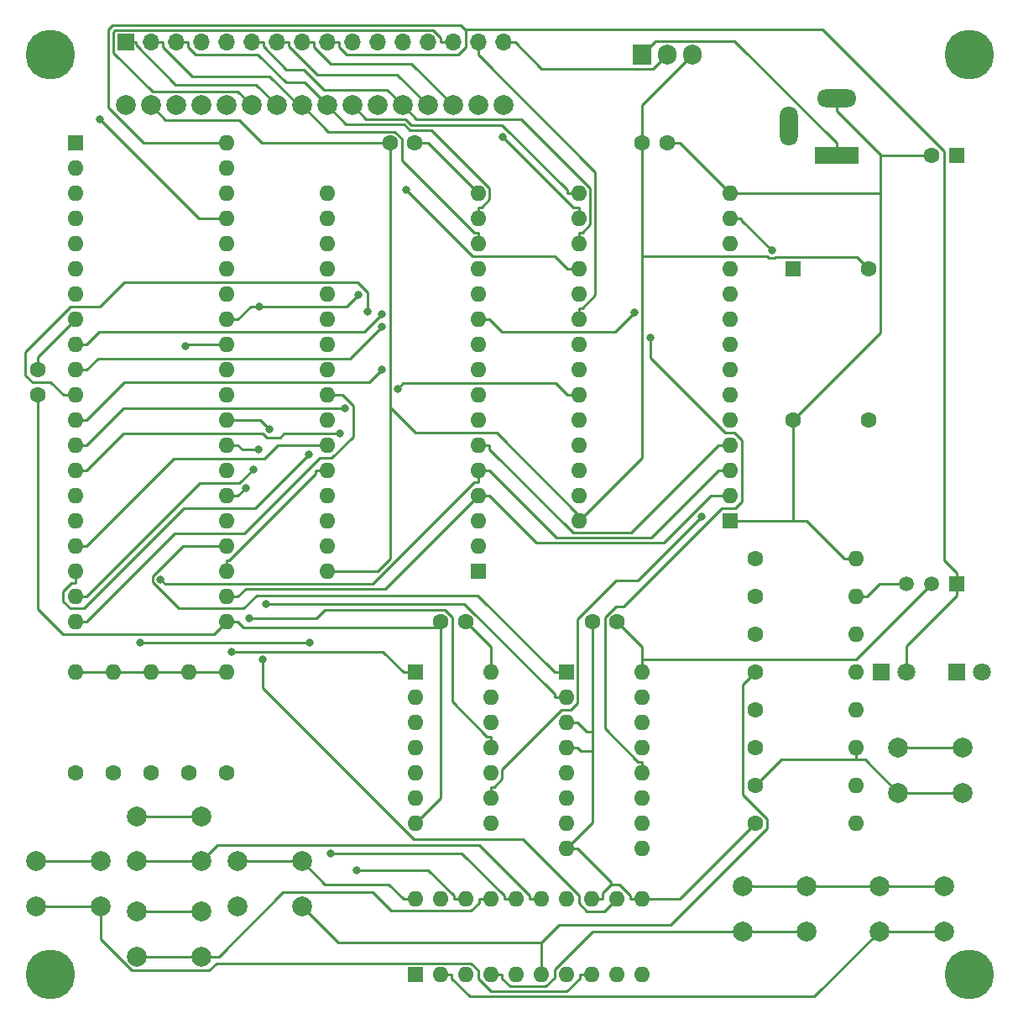
<source format=gbr>
%TF.GenerationSoftware,KiCad,Pcbnew,7.0.8*%
%TF.CreationDate,2023-12-27T01:37:41+02:00*%
%TF.ProjectId,main,6d61696e-2e6b-4696-9361-645f70636258,rev?*%
%TF.SameCoordinates,Original*%
%TF.FileFunction,Copper,L1,Top*%
%TF.FilePolarity,Positive*%
%FSLAX46Y46*%
G04 Gerber Fmt 4.6, Leading zero omitted, Abs format (unit mm)*
G04 Created by KiCad (PCBNEW 7.0.8) date 2023-12-27 01:37:41*
%MOMM*%
%LPD*%
G01*
G04 APERTURE LIST*
%TA.AperFunction,ComponentPad*%
%ADD10C,1.600000*%
%TD*%
%TA.AperFunction,ComponentPad*%
%ADD11O,1.600000X1.600000*%
%TD*%
%TA.AperFunction,ComponentPad*%
%ADD12R,1.500000X1.500000*%
%TD*%
%TA.AperFunction,ComponentPad*%
%ADD13C,1.500000*%
%TD*%
%TA.AperFunction,ComponentPad*%
%ADD14C,2.000000*%
%TD*%
%TA.AperFunction,ComponentPad*%
%ADD15R,1.905000X2.000000*%
%TD*%
%TA.AperFunction,ComponentPad*%
%ADD16O,1.905000X2.000000*%
%TD*%
%TA.AperFunction,ComponentPad*%
%ADD17R,1.800000X1.800000*%
%TD*%
%TA.AperFunction,ComponentPad*%
%ADD18C,1.800000*%
%TD*%
%TA.AperFunction,ComponentPad*%
%ADD19C,5.000000*%
%TD*%
%TA.AperFunction,ComponentPad*%
%ADD20R,1.600000X1.600000*%
%TD*%
%TA.AperFunction,ComponentPad*%
%ADD21R,1.700000X1.700000*%
%TD*%
%TA.AperFunction,ComponentPad*%
%ADD22O,1.700000X1.700000*%
%TD*%
%TA.AperFunction,ComponentPad*%
%ADD23R,4.400000X1.800000*%
%TD*%
%TA.AperFunction,ComponentPad*%
%ADD24O,4.000000X1.800000*%
%TD*%
%TA.AperFunction,ComponentPad*%
%ADD25O,1.800000X4.000000*%
%TD*%
%TA.AperFunction,ViaPad*%
%ADD26C,0.800000*%
%TD*%
%TA.AperFunction,Conductor*%
%ADD27C,0.250000*%
%TD*%
G04 APERTURE END LIST*
D10*
%TO.P,R1,1*%
%TO.N,Net-(U1-~{IRQ})*%
X33020000Y-99060000D03*
D11*
%TO.P,R1,2*%
%TO.N,+5V*%
X33020000Y-88900000D03*
%TD*%
D10*
%TO.P,C3,1*%
%TO.N,+5V*%
X90210000Y-35560000D03*
%TO.P,C3,2*%
%TO.N,GND*%
X92710000Y-35560000D03*
%TD*%
%TO.P,R10,1*%
%TO.N,Net-(U8-1A1)*%
X101600000Y-92710000D03*
D11*
%TO.P,R10,2*%
%TO.N,GND*%
X111760000Y-92710000D03*
%TD*%
D12*
%TO.P,U4,1,~{RST}*%
%TO.N,~{RES}*%
X121920000Y-80010000D03*
D13*
%TO.P,U4,2,VCC*%
%TO.N,+5V*%
X119380000Y-80010000D03*
%TO.P,U4,3,GND*%
%TO.N,GND*%
X116840000Y-80010000D03*
%TD*%
D14*
%TO.P,SW7,1,1*%
%TO.N,+5V*%
X114150000Y-110490000D03*
X120650000Y-110490000D03*
%TO.P,SW7,2,2*%
%TO.N,Net-(U8-1A0)*%
X114150000Y-114990000D03*
X120650000Y-114990000D03*
%TD*%
D15*
%TO.P,U7,1,IN*%
%TO.N,Net-(U7-IN)*%
X90170000Y-26670000D03*
D16*
%TO.P,U7,2,GND*%
%TO.N,GND*%
X92710000Y-26670000D03*
%TO.P,U7,3,OUT*%
%TO.N,+5V*%
X95250000Y-26670000D03*
%TD*%
D14*
%TO.P,SW5,1,1*%
%TO.N,+5V*%
X49380000Y-107950000D03*
X55880000Y-107950000D03*
%TO.P,SW5,2,2*%
%TO.N,Net-(U8-1A2)*%
X49380000Y-112450000D03*
X55880000Y-112450000D03*
%TD*%
%TO.P,SW1,1,1*%
%TO.N,~{RES}*%
X116055000Y-96520000D03*
X122555000Y-96520000D03*
%TO.P,SW1,2,2*%
%TO.N,GND*%
X116055000Y-101020000D03*
X122555000Y-101020000D03*
%TD*%
D10*
%TO.P,C1,1*%
%TO.N,+5V*%
X29210000Y-58420000D03*
%TO.P,C1,2*%
%TO.N,GND*%
X29210000Y-60920000D03*
%TD*%
D14*
%TO.P,SW2,1,1*%
%TO.N,+5V*%
X39220000Y-103450000D03*
X45720000Y-103450000D03*
%TO.P,SW2,2,2*%
%TO.N,Net-(U8-2A1)*%
X39220000Y-107950000D03*
X45720000Y-107950000D03*
%TD*%
D10*
%TO.P,R3,1*%
%TO.N,Net-(U1-RDY)*%
X40640000Y-99060000D03*
D11*
%TO.P,R3,2*%
%TO.N,+5V*%
X40640000Y-88900000D03*
%TD*%
D17*
%TO.P,D1,1,K*%
%TO.N,Net-(D1-K)*%
X114300000Y-88900000D03*
D18*
%TO.P,D1,2,A*%
%TO.N,~{RES}*%
X116840000Y-88900000D03*
%TD*%
D19*
%TO.P,H2,*%
%TO.N,*%
X123190000Y-26670000D03*
%TD*%
D10*
%TO.P,C4,1*%
%TO.N,+5V*%
X72390000Y-83820000D03*
%TO.P,C4,2*%
%TO.N,GND*%
X69890000Y-83820000D03*
%TD*%
%TO.P,C2,1*%
%TO.N,+5V*%
X64770000Y-35560000D03*
%TO.P,C2,2*%
%TO.N,GND*%
X67270000Y-35560000D03*
%TD*%
D20*
%TO.P,U6,1,A0*%
%TO.N,A14*%
X82550000Y-88900000D03*
D11*
%TO.P,U6,2,A1*%
%TO.N,A15*%
X82550000Y-91440000D03*
%TO.P,U6,3,A2*%
%TO.N,GND*%
X82550000Y-93980000D03*
%TO.P,U6,4,E1*%
X82550000Y-96520000D03*
%TO.P,U6,5,E2*%
X82550000Y-99060000D03*
%TO.P,U6,6,E3*%
%TO.N,+5V*%
X82550000Y-101600000D03*
%TO.P,U6,7,O7*%
%TO.N,unconnected-(U6-O7-Pad7)*%
X82550000Y-104140000D03*
%TO.P,U6,8,GND*%
%TO.N,GND*%
X82550000Y-106680000D03*
%TO.P,U6,9,O6*%
%TO.N,unconnected-(U6-O6-Pad9)*%
X90170000Y-106680000D03*
%TO.P,U6,10,O5*%
%TO.N,unconnected-(U6-O5-Pad10)*%
X90170000Y-104140000D03*
%TO.P,U6,11,O4*%
%TO.N,unconnected-(U6-O4-Pad11)*%
X90170000Y-101600000D03*
%TO.P,U6,12,O3*%
%TO.N,~{ROM}*%
X90170000Y-99060000D03*
%TO.P,U6,13,O2*%
%TO.N,Net-(U6-O2)*%
X90170000Y-96520000D03*
%TO.P,U6,14,O1*%
%TO.N,~{INPUT}*%
X90170000Y-93980000D03*
%TO.P,U6,15,O0*%
%TO.N,~{RAM}*%
X90170000Y-91440000D03*
%TO.P,U6,16,VCC*%
%TO.N,+5V*%
X90170000Y-88900000D03*
%TD*%
D10*
%TO.P,R13,1*%
%TO.N,GND*%
X101600000Y-104140000D03*
D11*
%TO.P,R13,2*%
%TO.N,Net-(D2-K)*%
X111760000Y-104140000D03*
%TD*%
D14*
%TO.P,SW6,1,1*%
%TO.N,+5V*%
X100330000Y-110490000D03*
X106830000Y-110490000D03*
%TO.P,SW6,2,2*%
%TO.N,Net-(U8-1A1)*%
X100330000Y-114990000D03*
X106830000Y-114990000D03*
%TD*%
D10*
%TO.P,R11,1*%
%TO.N,Net-(U8-1A0)*%
X101600000Y-96520000D03*
D11*
%TO.P,R11,2*%
%TO.N,GND*%
X111760000Y-96520000D03*
%TD*%
D20*
%TO.P,U1,1,~{VP}*%
%TO.N,unconnected-(U1-~{VP}-Pad1)*%
X33020000Y-35560000D03*
D11*
%TO.P,U1,2,RDY*%
%TO.N,Net-(U1-RDY)*%
X33020000Y-38100000D03*
%TO.P,U1,3,\u03D51*%
%TO.N,unconnected-(U1-\u03D51-Pad3)*%
X33020000Y-40640000D03*
%TO.P,U1,4,~{IRQ}*%
%TO.N,Net-(U1-~{IRQ})*%
X33020000Y-43180000D03*
%TO.P,U1,5,~{ML}*%
%TO.N,unconnected-(U1-~{ML}-Pad5)*%
X33020000Y-45720000D03*
%TO.P,U1,6,~{NMI}*%
%TO.N,Net-(U1-~{NMI})*%
X33020000Y-48260000D03*
%TO.P,U1,7,SYNC*%
%TO.N,unconnected-(U1-SYNC-Pad7)*%
X33020000Y-50800000D03*
%TO.P,U1,8,VDD*%
%TO.N,+5V*%
X33020000Y-53340000D03*
%TO.P,U1,9,A0*%
%TO.N,A0*%
X33020000Y-55880000D03*
%TO.P,U1,10,A1*%
%TO.N,A1*%
X33020000Y-58420000D03*
%TO.P,U1,11,A2*%
%TO.N,A2*%
X33020000Y-60960000D03*
%TO.P,U1,12,A3*%
%TO.N,A3*%
X33020000Y-63500000D03*
%TO.P,U1,13,A4*%
%TO.N,A4*%
X33020000Y-66040000D03*
%TO.P,U1,14,A5*%
%TO.N,A5*%
X33020000Y-68580000D03*
%TO.P,U1,15,A6*%
%TO.N,A6*%
X33020000Y-71120000D03*
%TO.P,U1,16,A7*%
%TO.N,A7*%
X33020000Y-73660000D03*
%TO.P,U1,17,A8*%
%TO.N,A8*%
X33020000Y-76200000D03*
%TO.P,U1,18,A9*%
%TO.N,A9*%
X33020000Y-78740000D03*
%TO.P,U1,19,A10*%
%TO.N,A10*%
X33020000Y-81280000D03*
%TO.P,U1,20,A11*%
%TO.N,A11*%
X33020000Y-83820000D03*
%TO.P,U1,21,VSS*%
%TO.N,GND*%
X48260000Y-83820000D03*
%TO.P,U1,22,A12*%
%TO.N,A12*%
X48260000Y-81280000D03*
%TO.P,U1,23,A13*%
%TO.N,A13*%
X48260000Y-78740000D03*
%TO.P,U1,24,A14*%
%TO.N,A14*%
X48260000Y-76200000D03*
%TO.P,U1,25,A15*%
%TO.N,A15*%
X48260000Y-73660000D03*
%TO.P,U1,26,D7*%
%TO.N,D7*%
X48260000Y-71120000D03*
%TO.P,U1,27,D6*%
%TO.N,D6*%
X48260000Y-68580000D03*
%TO.P,U1,28,D5*%
%TO.N,D5*%
X48260000Y-66040000D03*
%TO.P,U1,29,D4*%
%TO.N,D4*%
X48260000Y-63500000D03*
%TO.P,U1,30,D3*%
%TO.N,D3*%
X48260000Y-60960000D03*
%TO.P,U1,31,D2*%
%TO.N,D2*%
X48260000Y-58420000D03*
%TO.P,U1,32,D1*%
%TO.N,D1*%
X48260000Y-55880000D03*
%TO.P,U1,33,D0*%
%TO.N,D0*%
X48260000Y-53340000D03*
%TO.P,U1,34,R/~{W}*%
%TO.N,R{slash}~{W}*%
X48260000Y-50800000D03*
%TO.P,U1,35,nc*%
%TO.N,unconnected-(U1-nc-Pad35)*%
X48260000Y-48260000D03*
%TO.P,U1,36,BE*%
%TO.N,Net-(U1-BE)*%
X48260000Y-45720000D03*
%TO.P,U1,37,\u03D50*%
%TO.N,CLOCK*%
X48260000Y-43180000D03*
%TO.P,U1,38,~{SO}*%
%TO.N,Net-(U1-~{SO})*%
X48260000Y-40640000D03*
%TO.P,U1,39,\u03D52*%
%TO.N,unconnected-(U1-\u03D52-Pad39)*%
X48260000Y-38100000D03*
%TO.P,U1,40,~{RES}*%
%TO.N,~{RES}*%
X48260000Y-35560000D03*
%TD*%
D14*
%TO.P,SW4,1,1*%
%TO.N,+5V*%
X29060000Y-107950000D03*
X35560000Y-107950000D03*
%TO.P,SW4,2,2*%
%TO.N,Net-(U8-1A3)*%
X29060000Y-112450000D03*
X35560000Y-112450000D03*
%TD*%
D20*
%TO.P,U3,1,A15*%
%TO.N,GND*%
X99060000Y-73660000D03*
D11*
%TO.P,U3,2,A12*%
%TO.N,A12*%
X99060000Y-71120000D03*
%TO.P,U3,3,A7*%
%TO.N,A7*%
X99060000Y-68580000D03*
%TO.P,U3,4,A6*%
%TO.N,A6*%
X99060000Y-66040000D03*
%TO.P,U3,5,A5*%
%TO.N,A5*%
X99060000Y-63500000D03*
%TO.P,U3,6,A4*%
%TO.N,A4*%
X99060000Y-60960000D03*
%TO.P,U3,7,A3*%
%TO.N,A3*%
X99060000Y-58420000D03*
%TO.P,U3,8,A2*%
%TO.N,A2*%
X99060000Y-55880000D03*
%TO.P,U3,9,A1*%
%TO.N,A1*%
X99060000Y-53340000D03*
%TO.P,U3,10,A0*%
%TO.N,A0*%
X99060000Y-50800000D03*
%TO.P,U3,11,D0*%
%TO.N,D0*%
X99060000Y-48260000D03*
%TO.P,U3,12,D1*%
%TO.N,D1*%
X99060000Y-45720000D03*
%TO.P,U3,13,D2*%
%TO.N,D2*%
X99060000Y-43180000D03*
%TO.P,U3,14,GND*%
%TO.N,GND*%
X99060000Y-40640000D03*
%TO.P,U3,15,D3*%
%TO.N,D3*%
X83820000Y-40640000D03*
%TO.P,U3,16,D4*%
%TO.N,D4*%
X83820000Y-43180000D03*
%TO.P,U3,17,D5*%
%TO.N,D5*%
X83820000Y-45720000D03*
%TO.P,U3,18,D6*%
%TO.N,D6*%
X83820000Y-48260000D03*
%TO.P,U3,19,D7*%
%TO.N,D7*%
X83820000Y-50800000D03*
%TO.P,U3,20,~{CE}*%
%TO.N,~{ROM}*%
X83820000Y-53340000D03*
%TO.P,U3,21,A10*%
%TO.N,A10*%
X83820000Y-55880000D03*
%TO.P,U3,22,~{OE}*%
%TO.N,~{RD}*%
X83820000Y-58420000D03*
%TO.P,U3,23,A11*%
%TO.N,A11*%
X83820000Y-60960000D03*
%TO.P,U3,24,A9*%
%TO.N,A9*%
X83820000Y-63500000D03*
%TO.P,U3,25,A8*%
%TO.N,A8*%
X83820000Y-66040000D03*
%TO.P,U3,26,A13*%
%TO.N,A13*%
X83820000Y-68580000D03*
%TO.P,U3,27,A14*%
%TO.N,GND*%
X83820000Y-71120000D03*
%TO.P,U3,28,VCC*%
%TO.N,+5V*%
X83820000Y-73660000D03*
%TD*%
D20*
%TO.P,U8,1,1OE*%
%TO.N,~{INPUT}*%
X67310000Y-119380000D03*
D11*
%TO.P,U8,2,1A0*%
%TO.N,Net-(U8-1A0)*%
X69850000Y-119380000D03*
%TO.P,U8,3,2Y0*%
%TO.N,D4*%
X72390000Y-119380000D03*
%TO.P,U8,4,1A1*%
%TO.N,Net-(U8-1A1)*%
X74930000Y-119380000D03*
%TO.P,U8,5,2Y1*%
%TO.N,D5*%
X77470000Y-119380000D03*
%TO.P,U8,6,1A2*%
%TO.N,Net-(U8-1A2)*%
X80010000Y-119380000D03*
%TO.P,U8,7,2Y2*%
%TO.N,D6*%
X82550000Y-119380000D03*
%TO.P,U8,8,1A3*%
%TO.N,Net-(U8-1A3)*%
X85090000Y-119380000D03*
%TO.P,U8,9,2Y3*%
%TO.N,D7*%
X87630000Y-119380000D03*
%TO.P,U8,10,GND*%
%TO.N,GND*%
X90170000Y-119380000D03*
%TO.P,U8,11,2A3*%
X90170000Y-111760000D03*
%TO.P,U8,12,1Y3*%
%TO.N,D3*%
X87630000Y-111760000D03*
%TO.P,U8,13,2A2*%
%TO.N,GND*%
X85090000Y-111760000D03*
%TO.P,U8,14,1Y2*%
%TO.N,D2*%
X82550000Y-111760000D03*
%TO.P,U8,15,2A1*%
%TO.N,Net-(U8-2A1)*%
X80010000Y-111760000D03*
%TO.P,U8,16,1Y1*%
%TO.N,D1*%
X77470000Y-111760000D03*
%TO.P,U8,17,2A0*%
%TO.N,Net-(U8-2A0)*%
X74930000Y-111760000D03*
%TO.P,U8,18,1Y0*%
%TO.N,D0*%
X72390000Y-111760000D03*
%TO.P,U8,19,2OE*%
%TO.N,~{INPUT}*%
X69850000Y-111760000D03*
%TO.P,U8,20,VCC*%
%TO.N,+5V*%
X67310000Y-111760000D03*
%TD*%
D10*
%TO.P,R7,1*%
%TO.N,Net-(U8-2A0)*%
X101600000Y-81280000D03*
D11*
%TO.P,R7,2*%
%TO.N,GND*%
X111760000Y-81280000D03*
%TD*%
D10*
%TO.P,R5,1*%
%TO.N,Net-(U1-~{SO})*%
X48260000Y-99060000D03*
D11*
%TO.P,R5,2*%
%TO.N,+5V*%
X48260000Y-88900000D03*
%TD*%
D10*
%TO.P,R8,1*%
%TO.N,Net-(U8-1A3)*%
X101600000Y-85090000D03*
D11*
%TO.P,R8,2*%
%TO.N,GND*%
X111760000Y-85090000D03*
%TD*%
D19*
%TO.P,H4,*%
%TO.N,*%
X123190000Y-119380000D03*
%TD*%
D10*
%TO.P,R4,1*%
%TO.N,Net-(U1-BE)*%
X44450000Y-99060000D03*
D11*
%TO.P,R4,2*%
%TO.N,+5V*%
X44450000Y-88900000D03*
%TD*%
D10*
%TO.P,C5,1*%
%TO.N,+5V*%
X87670000Y-83820000D03*
%TO.P,C5,2*%
%TO.N,GND*%
X85170000Y-83820000D03*
%TD*%
D19*
%TO.P,H1,*%
%TO.N,*%
X30480000Y-26670000D03*
%TD*%
D20*
%TO.P,U2,1,A18*%
%TO.N,GND*%
X73660000Y-78740000D03*
D11*
%TO.P,U2,2,A16*%
X73660000Y-76200000D03*
%TO.P,U2,3,A14*%
X73660000Y-73660000D03*
%TO.P,U2,4,A12*%
%TO.N,A12*%
X73660000Y-71120000D03*
%TO.P,U2,5,A7*%
%TO.N,A7*%
X73660000Y-68580000D03*
%TO.P,U2,6,A6*%
%TO.N,A6*%
X73660000Y-66040000D03*
%TO.P,U2,7,A5*%
%TO.N,A5*%
X73660000Y-63500000D03*
%TO.P,U2,8,A4*%
%TO.N,A4*%
X73660000Y-60960000D03*
%TO.P,U2,9,A3*%
%TO.N,A3*%
X73660000Y-58420000D03*
%TO.P,U2,10,A2*%
%TO.N,A2*%
X73660000Y-55880000D03*
%TO.P,U2,11,A1*%
%TO.N,A1*%
X73660000Y-53340000D03*
%TO.P,U2,12,A0*%
%TO.N,A0*%
X73660000Y-50800000D03*
%TO.P,U2,13,DQ0*%
%TO.N,D0*%
X73660000Y-48260000D03*
%TO.P,U2,14,DQ1*%
%TO.N,D1*%
X73660000Y-45720000D03*
%TO.P,U2,15,DQ2*%
%TO.N,D2*%
X73660000Y-43180000D03*
%TO.P,U2,16,VSS*%
%TO.N,GND*%
X73660000Y-40640000D03*
%TO.P,U2,17,DQ3*%
%TO.N,D3*%
X58420000Y-40640000D03*
%TO.P,U2,18,DQ4*%
%TO.N,D4*%
X58420000Y-43180000D03*
%TO.P,U2,19,DQ5*%
%TO.N,D5*%
X58420000Y-45720000D03*
%TO.P,U2,20,DQ6*%
%TO.N,D6*%
X58420000Y-48260000D03*
%TO.P,U2,21,DQ7*%
%TO.N,D7*%
X58420000Y-50800000D03*
%TO.P,U2,22,CE#*%
%TO.N,~{RAM}*%
X58420000Y-53340000D03*
%TO.P,U2,23,A10*%
%TO.N,A10*%
X58420000Y-55880000D03*
%TO.P,U2,24,OE#*%
%TO.N,~{RD}*%
X58420000Y-58420000D03*
%TO.P,U2,25,A11*%
%TO.N,A11*%
X58420000Y-60960000D03*
%TO.P,U2,26,A9*%
%TO.N,A9*%
X58420000Y-63500000D03*
%TO.P,U2,27,A8*%
%TO.N,A8*%
X58420000Y-66040000D03*
%TO.P,U2,28,A13*%
%TO.N,A13*%
X58420000Y-68580000D03*
%TO.P,U2,29,WE#*%
%TO.N,~{WR}*%
X58420000Y-71120000D03*
%TO.P,U2,30,A17*%
%TO.N,GND*%
X58420000Y-73660000D03*
%TO.P,U2,31,A15*%
X58420000Y-76200000D03*
%TO.P,U2,32,VCC*%
%TO.N,+5V*%
X58420000Y-78740000D03*
%TD*%
D10*
%TO.P,R9,1*%
%TO.N,Net-(U8-1A2)*%
X101600000Y-88900000D03*
D11*
%TO.P,R9,2*%
%TO.N,GND*%
X111760000Y-88900000D03*
%TD*%
D20*
%TO.P,U5,1*%
%TO.N,R{slash}~{W}*%
X67310000Y-88900000D03*
D11*
%TO.P,U5,2*%
X67310000Y-91440000D03*
%TO.P,U5,3*%
%TO.N,Net-(U5-Pad3)*%
X67310000Y-93980000D03*
%TO.P,U5,4*%
X67310000Y-96520000D03*
%TO.P,U5,5*%
%TO.N,CLOCK*%
X67310000Y-99060000D03*
%TO.P,U5,6*%
%TO.N,~{WR}*%
X67310000Y-101600000D03*
%TO.P,U5,7,GND*%
%TO.N,GND*%
X67310000Y-104140000D03*
%TO.P,U5,8*%
%TO.N,~{RD}*%
X74930000Y-104140000D03*
%TO.P,U5,9*%
%TO.N,CLOCK*%
X74930000Y-101600000D03*
%TO.P,U5,10*%
%TO.N,R{slash}~{W}*%
X74930000Y-99060000D03*
%TO.P,U5,11*%
%TO.N,LCD*%
X74930000Y-96520000D03*
%TO.P,U5,12*%
%TO.N,Net-(U6-O2)*%
X74930000Y-93980000D03*
%TO.P,U5,13*%
X74930000Y-91440000D03*
%TO.P,U5,14,VCC*%
%TO.N,+5V*%
X74930000Y-88900000D03*
%TD*%
D20*
%TO.P,C6,1*%
%TO.N,+5V*%
X121920000Y-36830000D03*
D10*
%TO.P,C6,2*%
%TO.N,GND*%
X119420000Y-36830000D03*
%TD*%
D19*
%TO.P,H3,*%
%TO.N,*%
X30480000Y-119380000D03*
%TD*%
D10*
%TO.P,R6,1*%
%TO.N,Net-(U8-2A1)*%
X101600000Y-77470000D03*
D11*
%TO.P,R6,2*%
%TO.N,GND*%
X111760000Y-77470000D03*
%TD*%
D20*
%TO.P,X1,1,EN*%
%TO.N,unconnected-(X1-EN-Pad1)*%
X105410000Y-48260000D03*
D10*
%TO.P,X1,7,GND*%
%TO.N,GND*%
X105410000Y-63500000D03*
%TO.P,X1,8,OUT*%
%TO.N,CLOCK*%
X113030000Y-63500000D03*
%TO.P,X1,14,Vcc*%
%TO.N,+5V*%
X113030000Y-48260000D03*
%TD*%
D17*
%TO.P,D2,1,K*%
%TO.N,Net-(D2-K)*%
X121920000Y-88900000D03*
D18*
%TO.P,D2,2,A*%
%TO.N,+5V*%
X124460000Y-88900000D03*
%TD*%
D21*
%TO.P,J2,1,Pin_1*%
%TO.N,D0*%
X38100000Y-25400000D03*
D22*
%TO.P,J2,2,Pin_2*%
%TO.N,D1*%
X40640000Y-25400000D03*
%TO.P,J2,3,Pin_3*%
%TO.N,D2*%
X43180000Y-25400000D03*
%TO.P,J2,4,Pin_4*%
%TO.N,D3*%
X45720000Y-25400000D03*
%TO.P,J2,5,Pin_5*%
%TO.N,D4*%
X48260000Y-25400000D03*
%TO.P,J2,6,Pin_6*%
%TO.N,D5*%
X50800000Y-25400000D03*
%TO.P,J2,7,Pin_7*%
%TO.N,D6*%
X53340000Y-25400000D03*
%TO.P,J2,8,Pin_8*%
%TO.N,D7*%
X55880000Y-25400000D03*
%TO.P,J2,9,Pin_9*%
%TO.N,~{RES}*%
X58420000Y-25400000D03*
%TO.P,J2,10,Pin_10*%
%TO.N,CLOCK*%
X60960000Y-25400000D03*
%TO.P,J2,11,Pin_11*%
%TO.N,R{slash}~{W}*%
X63500000Y-25400000D03*
%TO.P,J2,12,Pin_12*%
%TO.N,~{RAM}*%
X66040000Y-25400000D03*
%TO.P,J2,13,Pin_13*%
%TO.N,~{INPUT}*%
X68580000Y-25400000D03*
%TO.P,J2,14,Pin_14*%
%TO.N,LCD*%
X71120000Y-25400000D03*
%TO.P,J2,15,Pin_15*%
%TO.N,~{ROM}*%
X73660000Y-25400000D03*
%TO.P,J2,16,Pin_16*%
%TO.N,GND*%
X76200000Y-25400000D03*
%TD*%
D14*
%TO.P,SW3,1,1*%
%TO.N,+5V*%
X39220000Y-113030000D03*
X45720000Y-113030000D03*
%TO.P,SW3,2,2*%
%TO.N,Net-(U8-2A0)*%
X39220000Y-117530000D03*
X45720000Y-117530000D03*
%TD*%
D10*
%TO.P,R2,1*%
%TO.N,Net-(U1-~{NMI})*%
X36830000Y-99060000D03*
D11*
%TO.P,R2,2*%
%TO.N,+5V*%
X36830000Y-88900000D03*
%TD*%
D23*
%TO.P,J1,1*%
%TO.N,Net-(U7-IN)*%
X109820000Y-36830000D03*
D24*
%TO.P,J1,2*%
%TO.N,GND*%
X109820000Y-31030000D03*
D25*
%TO.P,J1,3*%
%TO.N,N/C*%
X105020000Y-33830000D03*
%TD*%
D10*
%TO.P,R12,1*%
%TO.N,GND*%
X101600000Y-100330000D03*
D11*
%TO.P,R12,2*%
%TO.N,Net-(D1-K)*%
X111760000Y-100330000D03*
%TD*%
D14*
%TO.P,LCD1,*%
%TO.N,*%
X43180000Y-31750000D03*
X73660000Y-31750000D03*
X76200000Y-31750000D03*
%TO.P,LCD1,1,GND*%
%TO.N,GND*%
X38100000Y-31750000D03*
%TO.P,LCD1,2,Vdd*%
%TO.N,+5V*%
X40640000Y-31750000D03*
%TO.P,LCD1,4,RS*%
%TO.N,A0*%
X45720000Y-31750000D03*
%TO.P,LCD1,5,R~{W}*%
%TO.N,R{slash}~{W}*%
X48260000Y-31750000D03*
%TO.P,LCD1,6,E*%
%TO.N,LCD*%
X50800000Y-31750000D03*
%TO.P,LCD1,7,D_{0}*%
%TO.N,D0*%
X53340000Y-31750000D03*
%TO.P,LCD1,8,D_{1}*%
%TO.N,D1*%
X55880000Y-31750000D03*
%TO.P,LCD1,9,D_{2}*%
%TO.N,D2*%
X58420000Y-31750000D03*
%TO.P,LCD1,10,D_{3}*%
%TO.N,D3*%
X60960000Y-31750000D03*
%TO.P,LCD1,11,D_{4}*%
%TO.N,D4*%
X63500000Y-31750000D03*
%TO.P,LCD1,12,D_{5}*%
%TO.N,D5*%
X66040000Y-31750000D03*
%TO.P,LCD1,13,D_{6}*%
%TO.N,D6*%
X68580000Y-31750000D03*
%TO.P,LCD1,14,D_{7}*%
%TO.N,D7*%
X71120000Y-31750000D03*
%TD*%
D26*
%TO.N,A0*%
X63986200Y-52778400D03*
%TO.N,R{slash}~{W}*%
X48817900Y-86806300D03*
%TO.N,LCD*%
X50547600Y-83435000D03*
%TO.N,D0*%
X61606600Y-50810500D03*
X51571200Y-52000300D03*
X61463200Y-108809400D03*
%TO.N,D1*%
X44147100Y-55993400D03*
X58769000Y-107140900D03*
%TO.N,D2*%
X103303200Y-46373500D03*
%TO.N,D3*%
X51953000Y-87603100D03*
%TO.N,D4*%
X76194000Y-34929300D03*
X52645000Y-64430000D03*
%TO.N,D5*%
X51538900Y-66468200D03*
%TO.N,D6*%
X66403600Y-40276400D03*
%TO.N,D7*%
X50261400Y-70288600D03*
%TO.N,A1*%
X63981400Y-54037400D03*
X89404200Y-52665300D03*
%TO.N,A2*%
X62532700Y-52502300D03*
%TO.N,A3*%
X63991300Y-58421900D03*
%TO.N,A4*%
X60237600Y-62311100D03*
%TO.N,A5*%
X59746800Y-64843900D03*
%TO.N,A6*%
X39563900Y-85910300D03*
X56655500Y-85910300D03*
%TO.N,A7*%
X41640900Y-79526500D03*
%TO.N,A9*%
X56627200Y-66909800D03*
%TO.N,A10*%
X51000700Y-68434800D03*
%TO.N,A11*%
X65547500Y-60302100D03*
%TO.N,A15*%
X52270500Y-81978900D03*
%TO.N,CLOCK*%
X96247500Y-73164800D03*
X35549800Y-33194500D03*
%TO.N,~{ROM}*%
X91015100Y-55196300D03*
%TD*%
D27*
%TO.N,+5V*%
X103705200Y-47070200D02*
X111840200Y-47070200D01*
X33020000Y-88900000D02*
X36830000Y-88900000D01*
X90210000Y-67270000D02*
X84127900Y-73352100D01*
X74930000Y-88900000D02*
X74930000Y-86360000D01*
X90210000Y-35560000D02*
X90210000Y-31710000D01*
X111780000Y-87610000D02*
X119380000Y-80010000D01*
X63500000Y-78740000D02*
X58420000Y-78740000D01*
X64770000Y-35560000D02*
X51852900Y-35560000D01*
X111840200Y-47070200D02*
X113030000Y-48260000D01*
X64627900Y-110254800D02*
X58184800Y-110254800D01*
X51852900Y-35560000D02*
X49558600Y-33265700D01*
X44450000Y-88900000D02*
X40640000Y-88900000D01*
X42155700Y-33265700D02*
X40640000Y-31750000D01*
X103625000Y-47150400D02*
X103705200Y-47070200D01*
X90210000Y-35560000D02*
X90210000Y-46990000D01*
X36830000Y-88900000D02*
X40640000Y-88900000D01*
X84127900Y-73352100D02*
X75545800Y-64770000D01*
X49558600Y-33265700D02*
X42155700Y-33265700D01*
X35560000Y-107950000D02*
X29060000Y-107950000D01*
X48260000Y-88900000D02*
X44450000Y-88900000D01*
X106830000Y-110490000D02*
X114150000Y-110490000D01*
X45720000Y-103450000D02*
X39220000Y-103450000D01*
X90170000Y-88900000D02*
X90170000Y-87610000D01*
X66133100Y-111760000D02*
X64627900Y-110254800D01*
X84127900Y-73352100D02*
X83820000Y-73660000D01*
X29210000Y-57150000D02*
X33020000Y-53340000D01*
X67310000Y-111760000D02*
X66133100Y-111760000D01*
X90170000Y-87610000D02*
X111780000Y-87610000D01*
X90170000Y-87610000D02*
X90170000Y-86320000D01*
X100330000Y-110490000D02*
X106830000Y-110490000D01*
X75545800Y-64770000D02*
X67331300Y-64770000D01*
X74930000Y-86360000D02*
X72390000Y-83820000D01*
X67331300Y-64770000D02*
X64770000Y-62208700D01*
X90170000Y-86320000D02*
X87670000Y-83820000D01*
X58184800Y-110254800D02*
X55880000Y-107950000D01*
X90210000Y-46990000D02*
X90210000Y-67270000D01*
X64770000Y-77470000D02*
X63500000Y-78740000D01*
X45720000Y-113030000D02*
X39220000Y-113030000D01*
X64770000Y-62208700D02*
X64770000Y-77470000D01*
X55880000Y-107950000D02*
X49380000Y-107950000D01*
X29210000Y-58420000D02*
X29210000Y-57150000D01*
X64770000Y-35560000D02*
X64770000Y-62208700D01*
X102821100Y-46990000D02*
X102981500Y-47150400D01*
X102981500Y-47150400D02*
X103625000Y-47150400D01*
X120650000Y-110490000D02*
X114150000Y-110490000D01*
X90210000Y-46990000D02*
X102821100Y-46990000D01*
X90210000Y-31710000D02*
X95250000Y-26670000D01*
%TO.N,GND*%
X114273300Y-40640000D02*
X114273300Y-36899800D01*
X111760000Y-96520000D02*
X111760000Y-97696900D01*
X122555000Y-101020000D02*
X116055000Y-101020000D01*
X105410000Y-73660000D02*
X105410000Y-63500000D01*
X82550000Y-106680000D02*
X83726900Y-106680000D01*
X119420000Y-36830000D02*
X114343100Y-36830000D01*
X114273300Y-40640000D02*
X100236900Y-40640000D01*
X104233100Y-97696900D02*
X111760000Y-97696900D01*
X114206900Y-80010000D02*
X112936900Y-81280000D01*
X101600000Y-104140000D02*
X93980000Y-111760000D01*
X69890000Y-101560000D02*
X67310000Y-104140000D01*
X112731900Y-97696900D02*
X111760000Y-97696900D01*
X87075900Y-110029000D02*
X83726900Y-106680000D01*
X46990000Y-85090000D02*
X48260000Y-83820000D01*
X67270000Y-35560000D02*
X68580000Y-35560000D01*
X114273300Y-36899800D02*
X114343100Y-36830000D01*
X87075900Y-110306000D02*
X87904900Y-110306000D01*
X29210000Y-82550000D02*
X31750000Y-85090000D01*
X69890000Y-84352600D02*
X49969500Y-84352600D01*
X85090000Y-111760000D02*
X86266900Y-111760000D01*
X29210000Y-60920000D02*
X29210000Y-82550000D01*
X84024400Y-96817500D02*
X83726900Y-96520000D01*
X84635700Y-94888800D02*
X83726900Y-93980000D01*
X85170000Y-94888800D02*
X84635700Y-94888800D01*
X49969500Y-84352600D02*
X49436900Y-83820000D01*
X101600000Y-100330000D02*
X104233100Y-97696900D01*
X85170000Y-83820000D02*
X85170000Y-94888800D01*
X82550000Y-96520000D02*
X83726900Y-96520000D01*
X48260000Y-83820000D02*
X49436900Y-83820000D01*
X92710000Y-26670000D02*
X91333100Y-28046900D01*
X93980000Y-35560000D02*
X99060000Y-40640000D01*
X91333100Y-28046900D02*
X80073800Y-28046900D01*
X31750000Y-85090000D02*
X46990000Y-85090000D01*
X99060000Y-73660000D02*
X105410000Y-73660000D01*
X85170000Y-96817500D02*
X84024400Y-96817500D01*
X87904900Y-110306000D02*
X88993100Y-111394200D01*
X111760000Y-81280000D02*
X112936900Y-81280000D01*
X85170000Y-96817500D02*
X85170000Y-104060000D01*
X116840000Y-80010000D02*
X114206900Y-80010000D01*
X111760000Y-77470000D02*
X110583100Y-77470000D01*
X86266900Y-111760000D02*
X86266900Y-111115000D01*
X114343100Y-36830000D02*
X109820000Y-32306900D01*
X85170000Y-104060000D02*
X82550000Y-106680000D01*
X90170000Y-111760000D02*
X88993100Y-111760000D01*
X86266900Y-111115000D02*
X87075900Y-110306000D01*
X68580000Y-35560000D02*
X73660000Y-40640000D01*
X80073800Y-28046900D02*
X77426900Y-25400000D01*
X93980000Y-111760000D02*
X90170000Y-111760000D01*
X92710000Y-35560000D02*
X93980000Y-35560000D01*
X69890000Y-84352600D02*
X69890000Y-101560000D01*
X76200000Y-25400000D02*
X77426900Y-25400000D01*
X109820000Y-31030000D02*
X109820000Y-32306900D01*
X105410000Y-73660000D02*
X106773100Y-73660000D01*
X82550000Y-93980000D02*
X83726900Y-93980000D01*
X105410000Y-63500000D02*
X114273300Y-54636700D01*
X85170000Y-94888800D02*
X85170000Y-96817500D01*
X116055000Y-101020000D02*
X112731900Y-97696900D01*
X106773100Y-73660000D02*
X110583100Y-77470000D01*
X88993100Y-111394200D02*
X88993100Y-111760000D01*
X69890000Y-83820000D02*
X69890000Y-84352600D01*
X99060000Y-40640000D02*
X100236900Y-40640000D01*
X87075900Y-110306000D02*
X87075900Y-110029000D01*
X114273300Y-54636700D02*
X114273300Y-40640000D01*
%TO.N,Net-(U7-IN)*%
X90170000Y-26670000D02*
X91552300Y-25287700D01*
X91552300Y-25287700D02*
X99554600Y-25287700D01*
X109820000Y-36830000D02*
X109820000Y-35553100D01*
X99554600Y-25287700D02*
X109820000Y-35553100D01*
%TO.N,A0*%
X34196900Y-55880000D02*
X35467000Y-54609900D01*
X33020000Y-55880000D02*
X34196900Y-55880000D01*
X62154700Y-54609900D02*
X63986200Y-52778400D01*
X35467000Y-54609900D02*
X62154700Y-54609900D01*
%TO.N,R{slash}~{W}*%
X64039400Y-86806300D02*
X48817900Y-86806300D01*
X67310000Y-88900000D02*
X66133100Y-88900000D01*
X66133100Y-88900000D02*
X64039400Y-86806300D01*
%TO.N,LCD*%
X49423100Y-30373100D02*
X50800000Y-31750000D01*
X69893100Y-25400000D02*
X69893100Y-24939800D01*
X36873100Y-26437900D02*
X40808300Y-30373100D01*
X57383500Y-83435000D02*
X58226700Y-82591800D01*
X74564200Y-95343100D02*
X74930000Y-95343100D01*
X70337200Y-82591800D02*
X71066900Y-83321500D01*
X74930000Y-96520000D02*
X74930000Y-95343100D01*
X69126400Y-24173100D02*
X37063000Y-24173100D01*
X58226700Y-82591800D02*
X70337200Y-82591800D01*
X40808300Y-30373100D02*
X49423100Y-30373100D01*
X71120000Y-25400000D02*
X69893100Y-25400000D01*
X69893100Y-24939800D02*
X69126400Y-24173100D01*
X71066900Y-91845800D02*
X74564200Y-95343100D01*
X36873100Y-24363000D02*
X36873100Y-26437900D01*
X37063000Y-24173100D02*
X36873100Y-24363000D01*
X71066900Y-83321500D02*
X71066900Y-91845800D01*
X50547600Y-83435000D02*
X57383500Y-83435000D01*
%TO.N,D0*%
X71213100Y-111760000D02*
X71213100Y-111414200D01*
X72390000Y-111760000D02*
X71213100Y-111760000D01*
X71213100Y-111414200D02*
X68608300Y-108809400D01*
X43153400Y-29655000D02*
X39119000Y-25620600D01*
X51571200Y-52000300D02*
X50776600Y-52000300D01*
X38100000Y-25400000D02*
X39119000Y-25400000D01*
X51245000Y-29655000D02*
X43153400Y-29655000D01*
X39119000Y-25620600D02*
X39119000Y-25400000D01*
X50776600Y-52000300D02*
X49436900Y-53340000D01*
X60416800Y-52000300D02*
X61606600Y-50810500D01*
X51571200Y-52000300D02*
X60416800Y-52000300D01*
X53340000Y-31750000D02*
X51245000Y-29655000D01*
X48260000Y-53340000D02*
X49436900Y-53340000D01*
X68608300Y-108809400D02*
X61463200Y-108809400D01*
%TO.N,D1*%
X48260000Y-55880000D02*
X44260500Y-55880000D01*
X44816300Y-28809500D02*
X52645500Y-28809500D01*
X41866900Y-25400000D02*
X41866900Y-25860100D01*
X76293100Y-111394200D02*
X76293100Y-111760000D01*
X55880000Y-31750000D02*
X58510800Y-34380800D01*
X77470000Y-111760000D02*
X76293100Y-111760000D01*
X73660000Y-45720000D02*
X73660000Y-44543100D01*
X65261500Y-34380800D02*
X66020000Y-35139300D01*
X41866900Y-25860100D02*
X44816300Y-28809500D01*
X58510800Y-34380800D02*
X65261500Y-34380800D01*
X58769000Y-107140900D02*
X72039800Y-107140900D01*
X55586000Y-31750000D02*
X55880000Y-31750000D01*
X66020000Y-37268900D02*
X73294200Y-44543100D01*
X40640000Y-25400000D02*
X41866900Y-25400000D01*
X44260500Y-55880000D02*
X44147100Y-55993400D01*
X72039800Y-107140900D02*
X76293100Y-111394200D01*
X52645500Y-28809500D02*
X55586000Y-31750000D01*
X73294200Y-44543100D02*
X73660000Y-44543100D01*
X66020000Y-35139300D02*
X66020000Y-37268900D01*
%TO.N,D2*%
X43180000Y-25400000D02*
X44406900Y-25400000D01*
X66211800Y-33690400D02*
X66747000Y-34225600D01*
X73660000Y-43180000D02*
X73660000Y-42003100D01*
X45173600Y-26626900D02*
X51464600Y-26626900D01*
X60360400Y-33690400D02*
X66211800Y-33690400D01*
X58420000Y-31750000D02*
X60360400Y-33690400D01*
X74027800Y-42003100D02*
X73660000Y-42003100D01*
X66747000Y-34225600D02*
X68941100Y-34225600D01*
X100236900Y-43307200D02*
X103303200Y-46373500D01*
X44406900Y-25860200D02*
X45173600Y-26626900D01*
X74839400Y-41191500D02*
X74027800Y-42003100D01*
X68941100Y-34225600D02*
X74839400Y-40123900D01*
X100236900Y-43180000D02*
X100236900Y-43307200D01*
X99060000Y-43180000D02*
X100236900Y-43180000D01*
X51464600Y-26626900D02*
X54307200Y-29469500D01*
X56139500Y-29469500D02*
X58420000Y-31750000D01*
X74839400Y-40123900D02*
X74839400Y-41191500D01*
X44406900Y-25400000D02*
X44406900Y-25860200D01*
X54307200Y-29469500D02*
X56139500Y-29469500D01*
%TO.N,D3*%
X83820000Y-40640000D02*
X82643100Y-40640000D01*
X82643100Y-40272200D02*
X76094600Y-33723700D01*
X83820000Y-112165100D02*
X84616900Y-112962000D01*
X51953000Y-90493700D02*
X67152800Y-105693500D01*
X76094600Y-33723700D02*
X66954900Y-33723700D01*
X67152800Y-105693500D02*
X78152400Y-105693500D01*
X51953000Y-87603100D02*
X51953000Y-90493700D01*
X84616900Y-112962000D02*
X86428000Y-112962000D01*
X66358100Y-33126900D02*
X62336900Y-33126900D01*
X78152400Y-105693500D02*
X83820000Y-111361100D01*
X62336900Y-33126900D02*
X60960000Y-31750000D01*
X82643100Y-40640000D02*
X82643100Y-40272200D01*
X66954900Y-33723700D02*
X66358100Y-33126900D01*
X86428000Y-112962000D02*
X87630000Y-111760000D01*
X83820000Y-111361100D02*
X83820000Y-112165100D01*
%TO.N,D4*%
X83267800Y-42003100D02*
X76194000Y-34929300D01*
X51715000Y-63500000D02*
X52645000Y-64430000D01*
X83820000Y-42003100D02*
X83267800Y-42003100D01*
X83820000Y-43180000D02*
X83820000Y-42003100D01*
X48260000Y-63500000D02*
X51715000Y-63500000D01*
%TO.N,D5*%
X84997800Y-43731100D02*
X84185800Y-44543100D01*
X49865100Y-66468200D02*
X51538900Y-66468200D01*
X67416900Y-33126900D02*
X78036700Y-33126900D01*
X84185800Y-44543100D02*
X83820000Y-44543100D01*
X78036700Y-33126900D02*
X84997800Y-40088000D01*
X84997800Y-40088000D02*
X84997800Y-43731100D01*
X66040000Y-31750000D02*
X64455200Y-30165200D01*
X48260000Y-66040000D02*
X49436900Y-66040000D01*
X52026900Y-25822000D02*
X52026900Y-25400000D01*
X50800000Y-25400000D02*
X52026900Y-25400000D01*
X66040000Y-31750000D02*
X67416900Y-33126900D01*
X58116000Y-30165200D02*
X56080000Y-28129200D01*
X49436900Y-66040000D02*
X49865100Y-66468200D01*
X56080000Y-28129200D02*
X54334100Y-28129200D01*
X83820000Y-45720000D02*
X83820000Y-44543100D01*
X54334100Y-28129200D02*
X52026900Y-25822000D01*
X64455200Y-30165200D02*
X58116000Y-30165200D01*
%TO.N,D6*%
X57415000Y-28670000D02*
X65500000Y-28670000D01*
X82643100Y-48260000D02*
X81373100Y-46990000D01*
X81373100Y-46990000D02*
X73117200Y-46990000D01*
X65500000Y-28670000D02*
X68580000Y-31750000D01*
X73117200Y-46990000D02*
X66403600Y-40276400D01*
X54566900Y-25821900D02*
X57415000Y-28670000D01*
X53340000Y-25400000D02*
X54566900Y-25400000D01*
X54566900Y-25400000D02*
X54566900Y-25821900D01*
X83820000Y-48260000D02*
X82643100Y-48260000D01*
%TO.N,D7*%
X49436900Y-71120000D02*
X50261400Y-70295500D01*
X58781100Y-27582600D02*
X57106900Y-25908400D01*
X50261400Y-70295500D02*
X50261400Y-70288600D01*
X48260000Y-71120000D02*
X49436900Y-71120000D01*
X66952600Y-27582600D02*
X58781100Y-27582600D01*
X57106900Y-25908400D02*
X57106900Y-25400000D01*
X55880000Y-25400000D02*
X57106900Y-25400000D01*
X71120000Y-31750000D02*
X66952600Y-27582600D01*
%TO.N,~{RES}*%
X108373600Y-24090900D02*
X72473900Y-24090900D01*
X58420000Y-25400000D02*
X59646900Y-25400000D01*
X71885700Y-23670500D02*
X72390000Y-24174800D01*
X72390000Y-25880500D02*
X72390000Y-24174800D01*
X36318400Y-31987800D02*
X36318400Y-24119700D01*
X36767600Y-23670500D02*
X71885700Y-23670500D01*
X59646900Y-25400000D02*
X59646900Y-25860100D01*
X36318400Y-24119700D02*
X36767600Y-23670500D01*
X120670100Y-36387400D02*
X108373600Y-24090900D01*
X121920000Y-78883100D02*
X120670100Y-77633200D01*
X121920000Y-80010000D02*
X121920000Y-78883100D01*
X121920000Y-81136900D02*
X116840000Y-86216900D01*
X121920000Y-80573400D02*
X121920000Y-81136900D01*
X116840000Y-86216900D02*
X116840000Y-88900000D01*
X120670100Y-77633200D02*
X120670100Y-36387400D01*
X39890600Y-35560000D02*
X36318400Y-31987800D01*
X71627400Y-26643100D02*
X72390000Y-25880500D01*
X121920000Y-80573400D02*
X121920000Y-80010000D01*
X72473900Y-24090900D02*
X72390000Y-24174800D01*
X59646900Y-25860100D02*
X60429900Y-26643100D01*
X48260000Y-35560000D02*
X39890600Y-35560000D01*
X122555000Y-96520000D02*
X116055000Y-96520000D01*
X60429900Y-26643100D02*
X71627400Y-26643100D01*
%TO.N,A1*%
X73660000Y-53340000D02*
X74836900Y-53340000D01*
X60775700Y-57243100D02*
X63981400Y-54037400D01*
X35373800Y-57243100D02*
X60775700Y-57243100D01*
X74836900Y-53340000D02*
X76048900Y-54552000D01*
X76048900Y-54552000D02*
X87517500Y-54552000D01*
X34196900Y-58420000D02*
X35373800Y-57243100D01*
X87517500Y-54552000D02*
X89404200Y-52665300D01*
X33020000Y-58420000D02*
X34196900Y-58420000D01*
%TO.N,A2*%
X31843100Y-60960000D02*
X30553100Y-59670000D01*
X28740000Y-59670000D02*
X28008400Y-58938400D01*
X61507700Y-49591600D02*
X62532700Y-50616600D01*
X30553100Y-59670000D02*
X28740000Y-59670000D01*
X38005600Y-49591600D02*
X61507700Y-49591600D01*
X33020000Y-60960000D02*
X31843100Y-60960000D01*
X28008400Y-58938400D02*
X28008400Y-56622900D01*
X28008400Y-56622900D02*
X32561300Y-52070000D01*
X32561300Y-52070000D02*
X35527200Y-52070000D01*
X62532700Y-50616600D02*
X62532700Y-52502300D01*
X35527200Y-52070000D02*
X38005600Y-49591600D01*
%TO.N,A3*%
X33020000Y-63500000D02*
X34196900Y-63500000D01*
X34196900Y-63500000D02*
X38006900Y-59690000D01*
X62723200Y-59690000D02*
X63991300Y-58421900D01*
X38006900Y-59690000D02*
X62723200Y-59690000D01*
%TO.N,A4*%
X34196900Y-66040000D02*
X37925800Y-62311100D01*
X33020000Y-66040000D02*
X34196900Y-66040000D01*
X37925800Y-62311100D02*
X60237600Y-62311100D01*
%TO.N,A5*%
X37924300Y-64852600D02*
X51969000Y-64852600D01*
X53691300Y-65206900D02*
X54054300Y-64843900D01*
X54054300Y-64843900D02*
X59746800Y-64843900D01*
X33020000Y-68580000D02*
X34196900Y-68580000D01*
X34196900Y-68580000D02*
X37924300Y-64852600D01*
X52323300Y-65206900D02*
X53691300Y-65206900D01*
X51969000Y-64852600D02*
X52323300Y-65206900D01*
%TO.N,A6*%
X39563900Y-85910300D02*
X56655500Y-85910300D01*
X89079500Y-74843600D02*
X83290900Y-74843600D01*
X83290900Y-74843600D02*
X74836900Y-66389600D01*
X97883100Y-66040000D02*
X89079500Y-74843600D01*
X73660000Y-66040000D02*
X74836900Y-66040000D01*
X99060000Y-66040000D02*
X97883100Y-66040000D01*
X74836900Y-66389600D02*
X74836900Y-66040000D01*
%TO.N,A7*%
X74248500Y-68580000D02*
X73660000Y-68580000D01*
X73660000Y-68580000D02*
X73660000Y-69756900D01*
X74248500Y-68580000D02*
X74836900Y-68580000D01*
X97883100Y-68580000D02*
X91117600Y-75345500D01*
X42076300Y-79961900D02*
X63041100Y-79961900D01*
X63041100Y-79961900D02*
X73246100Y-69756900D01*
X73246100Y-69756900D02*
X73660000Y-69756900D01*
X81602400Y-75345500D02*
X74836900Y-68580000D01*
X91117600Y-75345500D02*
X81602400Y-75345500D01*
X99060000Y-68580000D02*
X97883100Y-68580000D01*
X41640900Y-79526500D02*
X42076300Y-79961900D01*
%TO.N,A8*%
X58420000Y-66040000D02*
X57243100Y-66040000D01*
X52077100Y-67391300D02*
X43005600Y-67391300D01*
X43005600Y-67391300D02*
X34196900Y-76200000D01*
X57243100Y-66040000D02*
X53428400Y-66040000D01*
X33020000Y-76200000D02*
X34196900Y-76200000D01*
X53428400Y-66040000D02*
X52077100Y-67391300D01*
%TO.N,A9*%
X56627200Y-66909800D02*
X51147000Y-72390000D01*
X33938200Y-82462300D02*
X32534400Y-82462300D01*
X32654200Y-79916900D02*
X33020000Y-79916900D01*
X44010500Y-72390000D02*
X33938200Y-82462300D01*
X51147000Y-72390000D02*
X44010500Y-72390000D01*
X31806600Y-81734500D02*
X31806600Y-80764500D01*
X32534400Y-82462300D02*
X31806600Y-81734500D01*
X31806600Y-80764500D02*
X32654200Y-79916900D01*
X33020000Y-78740000D02*
X33020000Y-79916900D01*
%TO.N,A10*%
X34196900Y-81280000D02*
X45626900Y-69850000D01*
X33020000Y-81280000D02*
X34196900Y-81280000D01*
X45626900Y-69850000D02*
X49585500Y-69850000D01*
X49585500Y-69850000D02*
X51000700Y-68434800D01*
%TO.N,A11*%
X61049100Y-62001100D02*
X60008000Y-60960000D01*
X66083100Y-59766500D02*
X65547500Y-60302100D01*
X33020000Y-83820000D02*
X34196900Y-83820000D01*
X34196900Y-83820000D02*
X43086900Y-74930000D01*
X81449600Y-59766500D02*
X66083100Y-59766500D01*
X50101900Y-74930000D02*
X57721900Y-67310000D01*
X82643100Y-60960000D02*
X81449600Y-59766500D01*
X60008000Y-60960000D02*
X58420000Y-60960000D01*
X83820000Y-60960000D02*
X82643100Y-60960000D01*
X58854900Y-67310000D02*
X61049100Y-65115800D01*
X61049100Y-65115800D02*
X61049100Y-62001100D01*
X43086900Y-74930000D02*
X50101900Y-74930000D01*
X57721900Y-67310000D02*
X58854900Y-67310000D01*
%TO.N,A12*%
X97154600Y-71120000D02*
X99060000Y-71120000D01*
X79580200Y-75863300D02*
X92411300Y-75863300D01*
X92411300Y-75863300D02*
X97154600Y-71120000D01*
X50206500Y-80510400D02*
X64269600Y-80510400D01*
X48260000Y-81280000D02*
X49436900Y-81280000D01*
X64269600Y-80510400D02*
X73660000Y-71120000D01*
X74836900Y-71120000D02*
X79580200Y-75863300D01*
X73660000Y-71120000D02*
X74836900Y-71120000D01*
X49436900Y-81280000D02*
X50206500Y-80510400D01*
%TO.N,A13*%
X58420000Y-68580000D02*
X57243100Y-68580000D01*
X57243100Y-68900200D02*
X57243100Y-68580000D01*
X48580200Y-77563100D02*
X57243100Y-68900200D01*
X48260000Y-77563100D02*
X48580200Y-77563100D01*
X48260000Y-78740000D02*
X48260000Y-77563100D01*
%TO.N,A14*%
X82550000Y-88900000D02*
X81373100Y-88900000D01*
X43464300Y-82457500D02*
X50022600Y-82457500D01*
X43868800Y-76200000D02*
X40825300Y-79243500D01*
X40825300Y-79243500D02*
X40825300Y-79818500D01*
X50022600Y-82457500D02*
X51323600Y-81156500D01*
X48260000Y-76200000D02*
X47083100Y-76200000D01*
X51323600Y-81156500D02*
X73629600Y-81156500D01*
X47083100Y-76200000D02*
X43868800Y-76200000D01*
X40825300Y-79818500D02*
X43464300Y-82457500D01*
X73629600Y-81156500D02*
X81373100Y-88900000D01*
%TO.N,A15*%
X81373100Y-91074200D02*
X72277900Y-81979000D01*
X81373100Y-91440000D02*
X81373100Y-91074200D01*
X52270500Y-81979000D02*
X52270500Y-81978900D01*
X72277900Y-81979000D02*
X52270500Y-81979000D01*
X82550000Y-91440000D02*
X81373100Y-91440000D01*
%TO.N,CLOCK*%
X82108400Y-92710000D02*
X83018000Y-92710000D01*
X74930000Y-100423100D02*
X75297900Y-100423100D01*
X76106900Y-99614100D02*
X76106900Y-98711500D01*
X89767400Y-79644900D02*
X96247500Y-73164800D01*
X48260000Y-43180000D02*
X45535300Y-43180000D01*
X83726900Y-83537100D02*
X87619100Y-79644900D01*
X45535300Y-43180000D02*
X35549800Y-33194500D01*
X83018000Y-92710000D02*
X83726900Y-92001100D01*
X83726900Y-92001100D02*
X83726900Y-83537100D01*
X76106900Y-98711500D02*
X82108400Y-92710000D01*
X75297900Y-100423100D02*
X76106900Y-99614100D01*
X87619100Y-79644900D02*
X89767400Y-79644900D01*
X74930000Y-101600000D02*
X74930000Y-100423100D01*
%TO.N,~{ROM}*%
X87588000Y-82229400D02*
X88357200Y-82229400D01*
X73660000Y-25400000D02*
X73660000Y-26626900D01*
X89804200Y-97883100D02*
X86480500Y-94559400D01*
X86480500Y-83336900D02*
X87588000Y-82229400D01*
X88357200Y-82229400D02*
X98271400Y-72315200D01*
X83820000Y-53340000D02*
X83820000Y-52163100D01*
X85502100Y-38469000D02*
X73660000Y-26626900D01*
X100256600Y-65511300D02*
X99515300Y-64770000D01*
X100256600Y-71650300D02*
X100256600Y-65511300D01*
X91015100Y-57195700D02*
X91015100Y-55196300D01*
X83820000Y-52163100D02*
X84185800Y-52163100D01*
X86480500Y-94559400D02*
X86480500Y-83336900D01*
X90170000Y-97883100D02*
X89804200Y-97883100D01*
X98589400Y-64770000D02*
X91015100Y-57195700D01*
X84185800Y-52163100D02*
X85502100Y-50846800D01*
X99591700Y-72315200D02*
X100256600Y-71650300D01*
X99515300Y-64770000D02*
X98589400Y-64770000D01*
X90170000Y-99060000D02*
X90170000Y-97883100D01*
X85502100Y-50846800D02*
X85502100Y-38469000D01*
X98271400Y-72315200D02*
X99591700Y-72315200D01*
%TO.N,Net-(U8-2A1)*%
X73784300Y-106343400D02*
X78833100Y-111392200D01*
X47326600Y-106343400D02*
X73784300Y-106343400D01*
X45720000Y-107950000D02*
X39220000Y-107950000D01*
X80010000Y-111760000D02*
X78833100Y-111760000D01*
X78833100Y-111392200D02*
X78833100Y-111760000D01*
X45720000Y-107950000D02*
X47326600Y-106343400D01*
%TO.N,Net-(U8-2A0)*%
X73753100Y-112127900D02*
X72944100Y-112936900D01*
X53989600Y-111070100D02*
X47529700Y-117530000D01*
X47529700Y-117530000D02*
X45720000Y-117530000D01*
X62991100Y-111070100D02*
X53989600Y-111070100D01*
X64857900Y-112936900D02*
X62991100Y-111070100D01*
X72944100Y-112936900D02*
X64857900Y-112936900D01*
X39220000Y-117530000D02*
X45720000Y-117530000D01*
X74930000Y-111760000D02*
X73753100Y-111760000D01*
X73753100Y-111760000D02*
X73753100Y-112127900D01*
%TO.N,Net-(U8-1A3)*%
X35560000Y-115817400D02*
X35560000Y-112450000D01*
X35560000Y-112450000D02*
X29060000Y-112450000D01*
X83913100Y-119380000D02*
X83913100Y-119747800D01*
X85090000Y-119380000D02*
X83913100Y-119380000D01*
X72971300Y-118203100D02*
X47297100Y-118203100D01*
X73660000Y-118891800D02*
X72971300Y-118203100D01*
X73660000Y-119775400D02*
X73660000Y-118891800D01*
X74947600Y-121063000D02*
X73660000Y-119775400D01*
X83913100Y-119747800D02*
X82597900Y-121063000D01*
X82597900Y-121063000D02*
X74947600Y-121063000D01*
X47297100Y-118203100D02*
X46550500Y-118949700D01*
X46550500Y-118949700D02*
X38692300Y-118949700D01*
X38692300Y-118949700D02*
X35560000Y-115817400D01*
%TO.N,Net-(U8-1A2)*%
X93108700Y-114314700D02*
X102815300Y-104608100D01*
X100401100Y-101231400D02*
X100401100Y-90098900D01*
X102815300Y-104608100D02*
X102815300Y-103645600D01*
X80010000Y-119380000D02*
X80010000Y-118203100D01*
X80010000Y-118203100D02*
X80010000Y-116133800D01*
X81829100Y-114314700D02*
X93108700Y-114314700D01*
X102815300Y-103645600D02*
X100401100Y-101231400D01*
X80010000Y-116133800D02*
X81829100Y-114314700D01*
X59563800Y-116133800D02*
X55880000Y-112450000D01*
X100401100Y-90098900D02*
X101600000Y-88900000D01*
X80010000Y-116133800D02*
X59563800Y-116133800D01*
%TO.N,Net-(U8-1A1)*%
X76106900Y-119747800D02*
X76106900Y-119380000D01*
X106830000Y-114990000D02*
X100330000Y-114990000D01*
X74930000Y-119380000D02*
X76106900Y-119380000D01*
X85227900Y-114990000D02*
X81373100Y-118844800D01*
X81373100Y-118844800D02*
X81373100Y-119686100D01*
X80499600Y-120559600D02*
X76918700Y-120559600D01*
X76918700Y-120559600D02*
X76106900Y-119747800D01*
X100330000Y-114990000D02*
X85227900Y-114990000D01*
X81373100Y-119686100D02*
X80499600Y-120559600D01*
%TO.N,Net-(U8-1A0)*%
X71026900Y-119380000D02*
X71026900Y-119747800D01*
X69850000Y-119380000D02*
X71026900Y-119380000D01*
X71026900Y-119747800D02*
X72846700Y-121567600D01*
X72846700Y-121567600D02*
X107572400Y-121567600D01*
X107572400Y-121567600D02*
X114150000Y-114990000D01*
X120650000Y-114990000D02*
X114150000Y-114990000D01*
%TD*%
M02*

</source>
